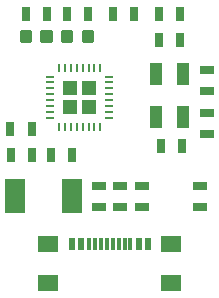
<source format=gbr>
G04 EAGLE Gerber RS-274X export*
G75*
%MOMM*%
%FSLAX34Y34*%
%LPD*%
%INSolderpaste Top*%
%IPPOS*%
%AMOC8*
5,1,8,0,0,1.08239X$1,22.5*%
G01*
%ADD10R,0.800000X0.284600*%
%ADD11R,0.284600X0.800000*%
%ADD12R,1.300000X1.300000*%
%ADD13R,1.100000X1.900000*%
%ADD14R,1.200000X0.800000*%
%ADD15R,0.800000X1.200000*%
%ADD16R,0.300000X1.000000*%
%ADD17R,0.600000X1.000000*%
%ADD18R,1.800000X1.350000*%
%ADD19R,1.676400X2.895600*%
%ADD20C,0.300000*%


D10*
X103819Y172587D03*
X103819Y177587D03*
X103819Y182587D03*
X103819Y187587D03*
X103819Y192587D03*
X103819Y197587D03*
X103819Y202587D03*
X103819Y207587D03*
D11*
X96319Y215087D03*
X91319Y215087D03*
X86319Y215087D03*
X81319Y215087D03*
X76319Y215087D03*
X71319Y215087D03*
X66319Y215087D03*
X61319Y215087D03*
D10*
X53819Y207587D03*
X53819Y202587D03*
X53819Y197587D03*
X53819Y192587D03*
X53819Y187587D03*
X53819Y182587D03*
X53819Y177587D03*
X53819Y172587D03*
D11*
X61319Y165087D03*
X66319Y165087D03*
X71319Y165087D03*
X76319Y165087D03*
X81319Y165087D03*
X86319Y165087D03*
X91319Y165087D03*
X96319Y165087D03*
D12*
X70819Y182087D03*
X70819Y198087D03*
X86819Y182087D03*
X86819Y198087D03*
D13*
X166119Y173187D03*
X143119Y210187D03*
X143119Y173187D03*
X166119Y210187D03*
D14*
X186419Y158987D03*
X186419Y176987D03*
D15*
X147419Y149087D03*
X165419Y149087D03*
D14*
X186419Y213187D03*
X186419Y195187D03*
D15*
X20019Y162887D03*
X38019Y162887D03*
X72619Y140887D03*
X54619Y140887D03*
D16*
X111819Y65487D03*
X106819Y65487D03*
D17*
X136569Y65487D03*
X128819Y65487D03*
D16*
X121819Y65487D03*
X116819Y65487D03*
X96819Y65487D03*
X101819Y65487D03*
D17*
X72069Y65487D03*
X79819Y65487D03*
D16*
X86819Y65487D03*
X91819Y65487D03*
D18*
X52319Y65887D03*
X156319Y65887D03*
X156319Y32887D03*
X52319Y32887D03*
D14*
X113319Y96987D03*
X113319Y114987D03*
X95219Y96987D03*
X95219Y114987D03*
D19*
X71895Y106587D03*
X24143Y106587D03*
D14*
X131519Y114987D03*
X131519Y96987D03*
D15*
X163819Y238687D03*
X145819Y238687D03*
D14*
X181019Y97087D03*
X181019Y115087D03*
D15*
X38519Y141087D03*
X20519Y141087D03*
X125019Y260587D03*
X107019Y260587D03*
X146019Y260587D03*
X164019Y260587D03*
D20*
X47289Y245087D02*
X47289Y238087D01*
X47289Y245087D02*
X54289Y245087D01*
X54289Y238087D01*
X47289Y238087D01*
X47289Y240937D02*
X54289Y240937D01*
X54289Y243787D02*
X47289Y243787D01*
X29749Y245087D02*
X29749Y238087D01*
X29749Y245087D02*
X36749Y245087D01*
X36749Y238087D01*
X29749Y238087D01*
X29749Y240937D02*
X36749Y240937D01*
X36749Y243787D02*
X29749Y243787D01*
X82289Y245087D02*
X82289Y238087D01*
X82289Y245087D02*
X89289Y245087D01*
X89289Y238087D01*
X82289Y238087D01*
X82289Y240937D02*
X89289Y240937D01*
X89289Y243787D02*
X82289Y243787D01*
X64749Y245087D02*
X64749Y238087D01*
X64749Y245087D02*
X71749Y245087D01*
X71749Y238087D01*
X64749Y238087D01*
X64749Y240937D02*
X71749Y240937D01*
X71749Y243787D02*
X64749Y243787D01*
D15*
X51019Y260587D03*
X33019Y260587D03*
X68019Y260587D03*
X86019Y260587D03*
M02*

</source>
